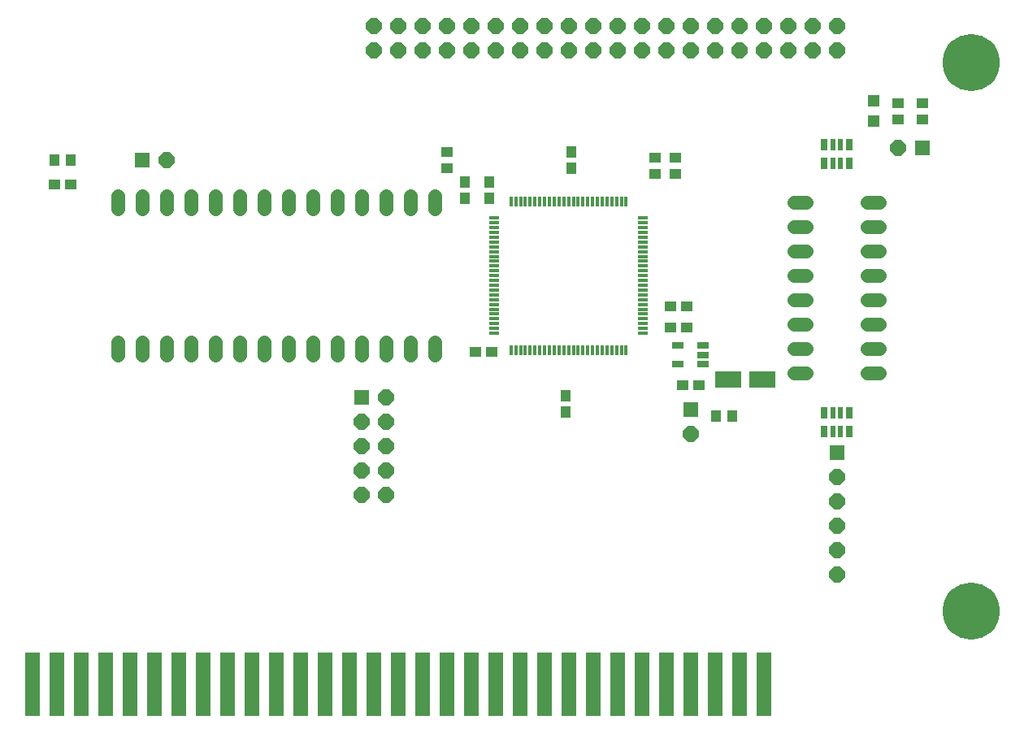
<source format=gbr>
G04 EAGLE Gerber RS-274X export*
G75*
%MOMM*%
%FSLAX34Y34*%
%LPD*%
%INSoldermask Top*%
%IPPOS*%
%AMOC8*
5,1,8,0,0,1.08239X$1,22.5*%
G01*
%ADD10R,1.625600X6.578600*%
%ADD11C,1.422400*%
%ADD12P,1.759533X8X22.500000*%
%ADD13R,1.101600X1.201600*%
%ADD14R,2.701600X1.701600*%
%ADD15R,1.301600X1.301600*%
%ADD16R,1.625600X1.625600*%
%ADD17P,1.759533X8X292.500000*%
%ADD18R,1.201600X1.101600*%
%ADD19C,5.943600*%
%ADD20P,1.759533X8X202.500000*%
%ADD21R,1.301600X0.651600*%
%ADD22R,1.101600X0.401600*%
%ADD23R,0.401600X1.101600*%
%ADD24R,0.541600X1.251600*%
%ADD25R,0.731600X1.251600*%


D10*
X787400Y50800D03*
X762000Y50800D03*
X736600Y50800D03*
X711200Y50800D03*
X685800Y50800D03*
X660400Y50800D03*
X635000Y50800D03*
X609600Y50800D03*
X584200Y50800D03*
X558800Y50800D03*
X533400Y50800D03*
X508000Y50800D03*
X482600Y50800D03*
X457200Y50800D03*
X431800Y50800D03*
X406400Y50800D03*
X381000Y50800D03*
X355600Y50800D03*
X330200Y50800D03*
X304800Y50800D03*
X279400Y50800D03*
X254000Y50800D03*
X228600Y50800D03*
X203200Y50800D03*
X177800Y50800D03*
X152400Y50800D03*
X127000Y50800D03*
X101600Y50800D03*
X76200Y50800D03*
X50800Y50800D03*
X25400Y50800D03*
D11*
X114300Y393446D02*
X114300Y406654D01*
X139700Y406654D02*
X139700Y393446D01*
X165100Y393446D02*
X165100Y406654D01*
X190500Y406654D02*
X190500Y393446D01*
X215900Y393446D02*
X215900Y406654D01*
X241300Y406654D02*
X241300Y393446D01*
X266700Y393446D02*
X266700Y406654D01*
X292100Y406654D02*
X292100Y393446D01*
X317500Y393446D02*
X317500Y406654D01*
X342900Y406654D02*
X342900Y393446D01*
X368300Y393446D02*
X368300Y406654D01*
X393700Y406654D02*
X393700Y393446D01*
X419100Y393446D02*
X419100Y406654D01*
X444500Y406654D02*
X444500Y393446D01*
X444500Y545846D02*
X444500Y559054D01*
X419100Y559054D02*
X419100Y545846D01*
X393700Y545846D02*
X393700Y559054D01*
X368300Y559054D02*
X368300Y545846D01*
X342900Y545846D02*
X342900Y559054D01*
X317500Y559054D02*
X317500Y545846D01*
X292100Y545846D02*
X292100Y559054D01*
X266700Y559054D02*
X266700Y545846D01*
X241300Y545846D02*
X241300Y559054D01*
X215900Y559054D02*
X215900Y545846D01*
X190500Y545846D02*
X190500Y559054D01*
X165100Y559054D02*
X165100Y545846D01*
X139700Y545846D02*
X139700Y559054D01*
X114300Y559054D02*
X114300Y545846D01*
D12*
X381000Y711200D03*
X406400Y711200D03*
X431800Y711200D03*
X457200Y711200D03*
X482600Y711200D03*
X508000Y711200D03*
X381000Y736600D03*
X406400Y736600D03*
X431800Y736600D03*
X457200Y736600D03*
X482600Y736600D03*
X508000Y736600D03*
X533400Y711200D03*
X533400Y736600D03*
X558800Y711200D03*
X584200Y711200D03*
X609600Y711200D03*
X635000Y711200D03*
X660400Y711200D03*
X685800Y711200D03*
X558800Y736600D03*
X584200Y736600D03*
X609600Y736600D03*
X635000Y736600D03*
X660400Y736600D03*
X685800Y736600D03*
X711200Y711200D03*
X711200Y736600D03*
X736600Y711200D03*
X762000Y711200D03*
X787400Y711200D03*
X812800Y711200D03*
X838200Y711200D03*
X863600Y711200D03*
X736600Y736600D03*
X762000Y736600D03*
X787400Y736600D03*
X812800Y736600D03*
X838200Y736600D03*
X863600Y736600D03*
D11*
X832104Y552450D02*
X818896Y552450D01*
X818896Y527050D02*
X832104Y527050D01*
X832104Y400050D02*
X818896Y400050D01*
X818896Y374650D02*
X832104Y374650D01*
X832104Y501650D02*
X818896Y501650D01*
X818896Y476250D02*
X832104Y476250D01*
X832104Y425450D02*
X818896Y425450D01*
X818896Y450850D02*
X832104Y450850D01*
X895096Y374650D02*
X908304Y374650D01*
X908304Y400050D02*
X895096Y400050D01*
X895096Y425450D02*
X908304Y425450D01*
X908304Y450850D02*
X895096Y450850D01*
X895096Y476250D02*
X908304Y476250D01*
X908304Y501650D02*
X895096Y501650D01*
X895096Y527050D02*
X908304Y527050D01*
X908304Y552450D02*
X895096Y552450D01*
D13*
X476250Y573650D03*
X476250Y556650D03*
D14*
X786350Y368300D03*
X750350Y368300D03*
D15*
X901700Y637200D03*
X901700Y658200D03*
D13*
X737625Y330200D03*
X754625Y330200D03*
D16*
X711200Y336550D03*
D17*
X711200Y311150D03*
D13*
X65650Y596900D03*
X48650Y596900D03*
D16*
X139700Y596900D03*
D12*
X165100Y596900D03*
D16*
X368300Y349250D03*
D17*
X393700Y349250D03*
X368300Y323850D03*
X393700Y323850D03*
X368300Y298450D03*
X393700Y298450D03*
X368300Y273050D03*
X393700Y273050D03*
X368300Y247650D03*
X393700Y247650D03*
D18*
X486800Y396875D03*
X503800Y396875D03*
D13*
X581025Y334400D03*
X581025Y351400D03*
D18*
X48650Y571500D03*
X65650Y571500D03*
X457200Y588400D03*
X457200Y605400D03*
X674687Y582050D03*
X674687Y599050D03*
X695325Y582050D03*
X695325Y599050D03*
X927100Y656200D03*
X927100Y639200D03*
D16*
X863600Y292100D03*
D17*
X863600Y266700D03*
X863600Y241300D03*
X863600Y215900D03*
X863600Y190500D03*
X863600Y165100D03*
D19*
X1003300Y127000D03*
X1003300Y698500D03*
D16*
X952500Y609600D03*
D20*
X927100Y609600D03*
D21*
X724200Y384200D03*
X724200Y393700D03*
X724200Y403200D03*
X698200Y403200D03*
X698200Y384200D03*
D18*
X719700Y361950D03*
X702700Y361950D03*
D22*
X506700Y536250D03*
X506700Y531250D03*
X506700Y526250D03*
X506700Y521250D03*
X506700Y516250D03*
X506700Y511250D03*
X506700Y506250D03*
X506700Y501250D03*
X506700Y496250D03*
X506700Y491250D03*
X506700Y486250D03*
X506700Y481250D03*
X506700Y476250D03*
X506700Y471250D03*
X506700Y466250D03*
X506700Y461250D03*
X506700Y456250D03*
X506700Y451250D03*
X506700Y446250D03*
X506700Y441250D03*
X506700Y436250D03*
X506700Y431250D03*
X506700Y426250D03*
X506700Y421250D03*
X506700Y416250D03*
D23*
X524200Y398750D03*
X529200Y398750D03*
X534200Y398750D03*
X539200Y398750D03*
X544200Y398750D03*
X549200Y398750D03*
X554200Y398750D03*
X559200Y398750D03*
X564200Y398750D03*
X569200Y398750D03*
X574200Y398750D03*
X579200Y398750D03*
X584200Y398750D03*
X589200Y398750D03*
X594200Y398750D03*
X599200Y398750D03*
X604200Y398750D03*
X609200Y398750D03*
X614200Y398750D03*
X619200Y398750D03*
X624200Y398750D03*
X629200Y398750D03*
X634200Y398750D03*
X639200Y398750D03*
X644200Y398750D03*
D22*
X661700Y416250D03*
X661700Y421250D03*
X661700Y426250D03*
X661700Y431250D03*
X661700Y436250D03*
X661700Y441250D03*
X661700Y446250D03*
X661700Y451250D03*
X661700Y456250D03*
X661700Y461250D03*
X661700Y466250D03*
X661700Y471250D03*
X661700Y476250D03*
X661700Y481250D03*
X661700Y486250D03*
X661700Y491250D03*
X661700Y496250D03*
X661700Y501250D03*
X661700Y506250D03*
X661700Y511250D03*
X661700Y516250D03*
X661700Y521250D03*
X661700Y526250D03*
X661700Y531250D03*
X661700Y536250D03*
D23*
X644200Y553750D03*
X639200Y553750D03*
X634200Y553750D03*
X629200Y553750D03*
X624200Y553750D03*
X619200Y553750D03*
X614200Y553750D03*
X609200Y553750D03*
X604200Y553750D03*
X599200Y553750D03*
X594200Y553750D03*
X589200Y553750D03*
X584200Y553750D03*
X579200Y553750D03*
X574200Y553750D03*
X569200Y553750D03*
X564200Y553750D03*
X559200Y553750D03*
X554200Y553750D03*
X549200Y553750D03*
X544200Y553750D03*
X539200Y553750D03*
X534200Y553750D03*
X529200Y553750D03*
X524200Y553750D03*
D18*
X707000Y422275D03*
X690000Y422275D03*
X707000Y444500D03*
X690000Y444500D03*
D13*
X587375Y605400D03*
X587375Y588400D03*
X501650Y573650D03*
X501650Y556650D03*
D24*
X867600Y314100D03*
X859600Y314100D03*
X859600Y333600D03*
X867600Y333600D03*
D25*
X850650Y314100D03*
X850650Y333600D03*
X876550Y333600D03*
X876550Y314100D03*
D24*
X859600Y613000D03*
X867600Y613000D03*
X867600Y593500D03*
X859600Y593500D03*
D25*
X876550Y613000D03*
X876550Y593500D03*
X850650Y593500D03*
X850650Y613000D03*
D18*
X952500Y656200D03*
X952500Y639200D03*
M02*

</source>
